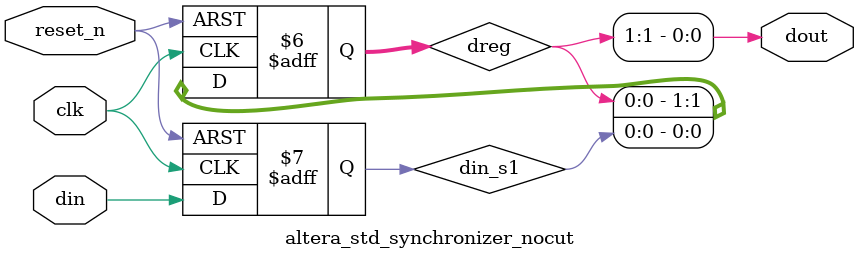
<source format=v>





`timescale 1ns / 1ns

module altera_std_synchronizer_nocut (
                                clk, 
                                reset_n, 
                                din, 
                                dout
                                );

   parameter depth = 3; 
   parameter rst_value = 0;

   parameter retiming_reg_en = 0;
     
   input   clk;
   input   reset_n;    
   input   din;
   output  dout;
   

   (* altera_attribute = {"-name ADV_NETLIST_OPT_ALLOWED NEVER_ALLOW; -name SYNCHRONIZER_IDENTIFICATION FORCED; -name DONT_MERGE_REGISTER ON; -name PRESERVE_REGISTER ON  "} *) reg din_s1;

   (* altera_attribute = {"-name ADV_NETLIST_OPT_ALLOWED NEVER_ALLOW; -name DONT_MERGE_REGISTER ON; -name PRESERVE_REGISTER ON"} *) reg [depth-2:0] dreg;    

   `ifndef QUARTUS_CDC
   initial begin
     if (retiming_reg_en == 0 ) begin
       if (depth <2) begin 
         $display("%m: Error: synchronizer length: %0d less than 2.", depth);
       end
      end
     else begin
       if (depth <4) begin 
         $display("%m: Error: synchronizer length: %0d less than 4 with retiming enabled.", depth);
       end
     end
   end
   `endif 

   
`ifdef __ALTERA_STD__METASTABLE_SIM

   reg[31:0]  RANDOM_SEED = 123456;      
   wire  next_din_s1;
   wire  dout;
   reg   din_last;
   reg          random;
   event metastable_event; 

   initial begin
      $display("%m: Info: Metastable event injection simulation mode enabled");
      random = $random;
   end
   
   always @(posedge clk) begin
      if (reset_n == 0)
        random <= $random(RANDOM_SEED);
      else
        random <= $random;
   end

   assign next_din_s1 = (din_last ^ din) ? random : din;   

   always @(posedge clk or negedge reset_n) begin
       if (reset_n == 0) 
         din_last <= (rst_value == 0)? 1'b0 : 1'b1;
       else
         din_last <= din;
   end

   always @(posedge clk or negedge reset_n) begin
       if (reset_n == 0) 
         din_s1 <= (rst_value == 0)? 1'b0 : 1'b1;
       else
         din_s1 <= next_din_s1;
   end
   
`else 

   generate if (rst_value == 0)
       always @(posedge clk or negedge reset_n) begin
           if (reset_n == 0) 
             din_s1 <= 1'b0;
           else
             din_s1 <= din;
       end
   endgenerate
   
   generate if (rst_value == 1)
       always @(posedge clk or negedge reset_n) begin
           if (reset_n == 0) 
             din_s1 <= 1'b1;
           else
             din_s1 <= din;
       end
   endgenerate

`endif

`ifdef __ALTERA_STD__METASTABLE_SIM_VERBOSE
   always @(*) begin
      if (reset_n && (din_last != din) && (random != din)) begin
         $display("%m: Verbose Info: metastable event @ time %t", $time);
         ->metastable_event;
      end
   end      
`endif


   generate if (rst_value == 0) begin
      if (retiming_reg_en == 0) begin
         if (depth < 3) begin
            always @(posedge clk or negedge reset_n) begin
               if (reset_n == 0) 
                 dreg <= {depth-1{1'b0}};            
               else
                 dreg <= din_s1;
            end         
         end else begin
            always @(posedge clk or negedge reset_n) begin
               if (reset_n == 0) 
                 dreg <= {depth-1{1'b0}};
               else
                 dreg <= {dreg[depth-3:0], din_s1};
            end
         end

         assign dout = dreg[depth-2];
       end

       else begin 
          (* altera_attribute = {"-name ADV_NETLIST_OPT_ALLOWED NEVER_ALLOW; -name DONT_MERGE_REGISTER ON; -name PRESERVE_REGISTER ON"} *) reg [1:0] dreg1;
          reg [depth-4:0] dreg2;
          wire [depth-2:0] dreg3;

          assign dreg3 = {dreg2,dreg1};

          if (depth <= 3) begin
             always @(posedge clk or negedge reset_n) begin
                if (reset_n == 0)
                  dreg1 <= {depth-1{1'b0}};
                else
                  dreg1 <= din_s1;
               end
           end
           else begin
              always @(posedge clk or negedge reset_n) begin
                if (reset_n == 0)
                  {dreg2,dreg1} <= {depth-1{1'b0}};
                else
                  {dreg2,dreg1} <= {dreg3[depth-3:0], din_s1};
              end
           end
           assign dout = dreg3[depth-2];
       end
    end

   
   else begin
      if (retiming_reg_en == 0) begin
         if (depth < 3) begin
            always @(posedge clk or negedge reset_n) begin
               if (reset_n == 0) 
                 dreg <= {depth-1{1'b1}};            
               else
                 dreg <= din_s1;
             end         
         end else begin
            always @(posedge clk or negedge reset_n) begin
               if (reset_n == 0) 
                 dreg <= {depth-1{1'b1}};
               else
                 dreg <= {dreg[depth-3:0], din_s1};
            end
         end
       assign dout = dreg[depth-2];
    end

      else begin
         (* altera_attribute = {"-name ADV_NETLIST_OPT_ALLOWED NEVER_ALLOW; -name DONT_MERGE_REGISTER ON; -name PRESERVE_REGISTER ON"} *) reg [1:0] dreg1;
         reg [depth-4:0] dreg2;
         wire [depth-2:0] dreg3;

         assign dreg3 = {dreg2,dreg1};

           if (depth <= 3) begin
               always @(posedge clk or negedge reset_n) begin
                  if (reset_n == 0)
                    dreg1 <= {depth-1{1'b1}};
                  else
                    dreg1 <= din_s1;
               end
           end
           else begin
               always @(posedge clk or negedge reset_n) begin
                  if (reset_n == 0)
                    {dreg2,dreg1} <= {depth-1{1'b1}};
                  else
                    {dreg2,dreg1} <= {dreg3[depth-3:0], din_s1};
               end
            end  
          assign dout = dreg3[depth-2];
        end
     end
   endgenerate

endmodule 
`ifdef QUESTA_INTEL_OEM
`pragma questa_oem_00 "nATEpDWf3CgajPjgH0t9FI3P3v7c7W2p1Bjo8KPiWXptDDKP83tHlZV4/kOjbfP5B3iPKq3r9UGmKAo7uM5E+NrMJJrWKQHFxNhuD9YH7WIm4w92BUZP4bPiPCFjEfA8Gg2F5To+TwSe7HVsQs+/7MZQj0QmDr2hjiVbFLL88xfR21RarRUIjnXzluc0JvTFFI13vcHyvhug/HSbBYjOOLVxyFVn/zaj46Yp0VXaMOw1nlZhJnKcXQsJx0gJoXbJzhqXMAEUYlyGq9c1wdgQSBXE8l1jREheSOvQ0cfeRX88+8g4+XINHMQVcPl0OjfoyRZ3JmyxFBhhTKaBFTuwa9JPGjKsP23EId66pNJyNHw+kx9hfuti4zKPh+4qDKzImqe3EvW9LvOpRFmLrX2Uxvpo1FTEMNxGrXb1ke0Z7vcuC95O72ct3MSS89UfL7tYbP1vXYWRLQ8C82nSl0K+WK6SnZZVbZLDHRpCCYtfelsLw7JJdfz2uhT+702K/cMywBt9oqHNmoTZubqV7787HlJwx1FqO2KI+EJorlVBtLfK7PJ4fOhDL7SQ23Tmb67gx0VsXcDYP/832+fsZsVMzSvS/3CiJjMDZAG0NuCMdvDXLySCkFUgqtHyScmaaundWnVAa+e66Sx7mp7VFD2d91rm0/mT6kUthgdXh1QRF/0/Ip6hP5huj45XBDVGZvX1ZQluQO/BXZXjyiuHXjM+ciVm9ZSPvoSKLFn9QolBYAEnDPQ3meQJpCkgBKNo6sG2vgaH89bYRlanB14+4Oqf7bAr3180nN8Z9LDTJRFfw0lWJ3OGhrRI1NyQ5YEzAsUO+H029+cDiasAmGbTULVUCBCkqyPlboA6mBIxBGWHngeFhEu5HagTbe2Xbew0EmTDW/5vz/BCGK4o27Md24EDRxAKVS/gyU4yVrE2LtGN26kHjxWvloc59PFbZL7EjLB+5tx8lFaZU+DwmAVNAwauX4DQYtDhS9XUFO0Pzj7ryCBHw0ifW2bHRF/R/fHkbo30"
`endif
`ifdef QUESTA_INTEL_OEM
`pragma questa_oem_00 "F7WC8QZaT7vmnC3hwKGp3DONAYEv2i7yVqODTUXeYko19kYOPYfczZdrkKK2cn2SXhAaaUznybY5RoACRRs1IUHbXq21lpIx44cuUOTsrcbSWpSjKeTGgnYd3gR4m/i0MdU2DnJ2gAKCysnhMooXDQZZv/mc+ESIM91+e90fs++Ny1RCk/XyIWayLQGRa76w8uhicg0J82G9MBNIpKzO5g+NsAWw3jWjzb0n4krFLOzZ1LxzrxmxpHgNeZSLdo5NH4e+CAkKusd4OsU8TjwR1I5d+WdSj/+S8HytK8K2YPigvBtEY9XgofkGiqrzKAwfbVwL8iggHPAXULtIEEf81aDQcffs8YcGJnarrHiuLXHY9sS5aWGrYMxww2carU1V4S+/2Dfh392/Ngw6Wenlj3N8Az6aIsyAhqgRBpBRZpV+WOHJd2UjgC6iRQMcKsP6HBZdKnCyjOciwbngIzmdy4grQlt7jsJcOZdADlzuCBMUI61/kvpm1UnTh26u2Fb1G1Tpld3vDAKuPG3sl9I+1ny8OIOI3NOpNKfHIf942D95exeiEtjiUhbLIOfhyCokBbK0aHNdcqbIjQQCc9S5ht9xK8QBJRGL6yG39HN5sXeNJFPz4Lt0+Sq8QYT2Y+BpiBnwoPb28TFDNZyueqzobB2eiuI8tMtyTrU6nayLx9Y1U5jKQD3g1lY6avuXXosoNj9Sh/tVVLxDJX8quuyMcOummjEMLrmQSideqi9Ys5C06vWGDYiPGgl7R0MZxmZXHa+h34xhIr6VgAyDA7mx++MdirN7Ezw4q0+cIKQ0CnZuqdZr7XE4Xa+PtXG6YQ/lNWykrEA/rl4iuALKM/s/NWYOdEE36AuU6Ee4z5zkTQOMFS89gnRUfjrNayyYm9typrjUVU4j3ONiyT/1h81Y1vrxMXnW7raM4QfN2+97plyLvs/w6EQkEdiSdB1FFzzVlN0raxaeNnh8D1L7xBUDOhnw2z8CALQsvYm+MbaZIRiGlwqgkE/vaSQ/9WEE+NRi"
`endif
</source>
